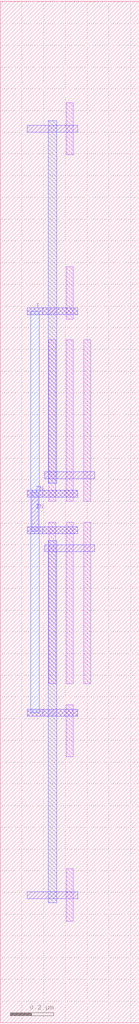
<source format=lef>
MACRO INV_34777845_PG0
  ORIGIN 0 0 ;
  FOREIGN INV_34777845_PG0 0 0 ;
  SIZE 0.64 BY 4.704 ;
  PIN ZN
    DIRECTION INOUT ;
    USE SIGNAL ;
    PORT 
      LAYER M2 ;
        RECT 0.124 2.252 0.356 2.284 ;
      LAYER M2 ;
        RECT 0.124 2.42 0.356 2.452 ;
      LAYER M2 ;
        RECT 0.124 2.252 0.196 2.284 ;
      LAYER M1 ;
        RECT 0.144 2.262 0.176 2.442 ;
      LAYER M2 ;
        RECT 0.124 2.42 0.196 2.452 ;
    END
  END ZN
  PIN I
    DIRECTION INOUT ;
    USE SIGNAL ;
    PORT 
      LAYER M2 ;
        RECT 0.124 1.412 0.356 1.444 ;
      LAYER M2 ;
        RECT 0.124 3.26 0.356 3.292 ;
      LAYER M2 ;
        RECT 0.124 1.412 0.196 1.444 ;
      LAYER M3 ;
        RECT 0.14 1.428 0.18 3.276 ;
      LAYER M2 ;
        RECT 0.124 3.26 0.196 3.292 ;
    END
  END I
  OBS 
  LAYER M1 ;
        RECT 0.304 1.56 0.336 2.304 ;
  LAYER M1 ;
        RECT 0.304 1.224 0.336 1.464 ;
  LAYER M1 ;
        RECT 0.304 0.468 0.336 0.708 ;
  LAYER M1 ;
        RECT 0.224 1.56 0.256 2.304 ;
  LAYER M1 ;
        RECT 0.384 1.56 0.416 2.304 ;
  LAYER M2 ;
        RECT 0.124 0.572 0.356 0.604 ;
  LAYER M2 ;
        RECT 0.204 2.168 0.436 2.2 ;
  LAYER M2 ;
        RECT 0.124 2.252 0.356 2.284 ;
  LAYER M2 ;
        RECT 0.124 1.412 0.356 1.444 ;
  LAYER M3 ;
        RECT 0.22 0.552 0.26 2.22 ;
  LAYER M1 ;
        RECT 0.304 2.4 0.336 3.144 ;
  LAYER M1 ;
        RECT 0.304 3.24 0.336 3.48 ;
  LAYER M1 ;
        RECT 0.304 3.996 0.336 4.236 ;
  LAYER M1 ;
        RECT 0.224 2.4 0.256 3.144 ;
  LAYER M1 ;
        RECT 0.384 2.4 0.416 3.144 ;
  LAYER M2 ;
        RECT 0.124 4.1 0.356 4.132 ;
  LAYER M2 ;
        RECT 0.204 2.504 0.436 2.536 ;
  LAYER M2 ;
        RECT 0.124 2.42 0.356 2.452 ;
  LAYER M2 ;
        RECT 0.124 3.26 0.356 3.292 ;
  LAYER M3 ;
        RECT 0.22 2.484 0.26 4.152 ;
  END 
END INV_34777845_PG0

</source>
